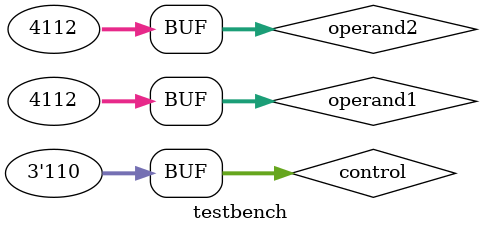
<source format=v>
`timescale 10us / 10us

module testbench;

	reg [31:0] operand1;
	reg [31:0] operand2;
	reg [2:0] control;
	wire isZero;
	wire [31:0] result;

	ALU U0 (
		.operand1 (operand1),
		.operand2 (operand2),
		.ALU_control (control),
		.isZero (isZero),
		.result (result)
	);

	initial begin
		operand1 = 32'h0000_1010;
		operand2 = 32'h0000_1000;
		control = 3'b010;
		#1 control = 3'b110;
		#1 control = 3'b000;
		#1 control = 3'b001;
		#1 control = 3'b111;
		#1 operand2 = 32'h0001_0000;
		#1 control = 3'b110;
		operand2 = 32'h0000_1010;
		#1 ;
	end

endmodule
</source>
